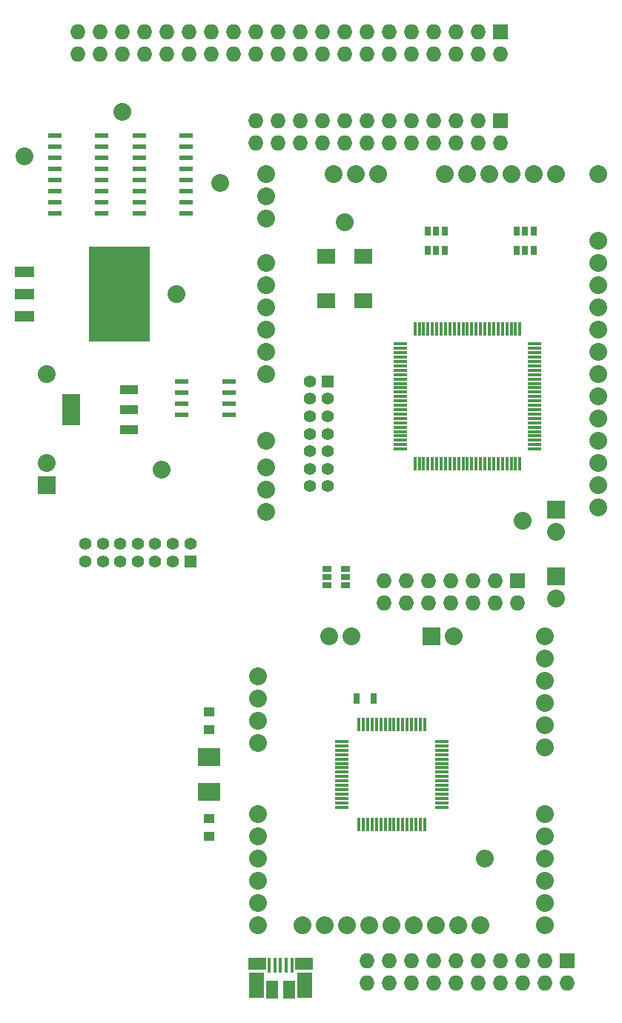
<source format=gts>
G04 #@! TF.FileFunction,Soldermask,Top*
%FSLAX46Y46*%
G04 Gerber Fmt 4.6, Leading zero omitted, Abs format (unit mm)*
G04 Created by KiCad (PCBNEW (2015-01-16 BZR 5376)-product) date 2015-03-11 03:36:44*
%MOMM*%
G01*
G04 APERTURE LIST*
%ADD10C,0.100000*%
%ADD11R,1.250000X1.000000*%
%ADD12R,0.400000X1.750000*%
%ADD13R,2.000000X1.460000*%
%ADD14R,1.778000X3.000000*%
%ADD15R,1.425000X2.000000*%
%ADD16R,2.032000X2.032000*%
%ADD17O,2.032000X2.032000*%
%ADD18R,1.727200X1.727200*%
%ADD19O,1.727200X1.727200*%
%ADD20R,1.400000X1.400000*%
%ADD21C,1.400000*%
%ADD22R,0.700000X1.300000*%
%ADD23R,1.500000X0.300000*%
%ADD24R,0.300000X1.500000*%
%ADD25R,2.286000X1.143000*%
%ADD26R,6.997700X10.800080*%
%ADD27R,2.032000X3.657600*%
%ADD28R,2.032000X1.016000*%
%ADD29R,1.550000X0.600000*%
%ADD30R,1.500000X0.600000*%
%ADD31R,2.500000X2.000000*%
%ADD32R,2.000000X1.800000*%
%ADD33R,1.060000X0.650000*%
%ADD34R,0.650000X1.060000*%
G04 APERTURE END LIST*
D10*
D11*
X23876000Y-83296000D03*
X23876000Y-81296000D03*
X23876000Y-93488000D03*
X23876000Y-95488000D03*
D12*
X30704000Y-110205000D03*
X31354000Y-110205000D03*
X32004000Y-110205000D03*
X32654000Y-110205000D03*
X33304000Y-110205000D03*
D13*
X29299600Y-110000000D03*
X34708400Y-110000000D03*
D14*
X29279000Y-112530000D03*
X34729000Y-112530000D03*
D15*
X31041500Y-113030000D03*
X32966500Y-113030000D03*
D16*
X63500000Y-58166000D03*
D17*
X63500000Y-60706000D03*
D16*
X63500000Y-65786000D03*
D17*
X63500000Y-68326000D03*
D16*
X5334000Y-55372000D03*
D17*
X5334000Y-52832000D03*
D18*
X59055000Y-66294000D03*
D19*
X59055000Y-68834000D03*
X56515000Y-66294000D03*
X56515000Y-68834000D03*
X53975000Y-66294000D03*
X53975000Y-68834000D03*
X51435000Y-66294000D03*
X51435000Y-68834000D03*
X48895000Y-66294000D03*
X48895000Y-68834000D03*
X46355000Y-66294000D03*
X46355000Y-68834000D03*
X43815000Y-66294000D03*
X43815000Y-68834000D03*
D20*
X37385500Y-43466500D03*
D21*
X35385500Y-43466500D03*
X37385500Y-45466500D03*
X35385500Y-45466500D03*
X37385500Y-47466500D03*
X35385500Y-47466500D03*
X37385500Y-49466500D03*
X35385500Y-49466500D03*
X37385500Y-51466500D03*
X35385500Y-51466500D03*
X37385500Y-53466500D03*
X35385500Y-53466500D03*
X37385500Y-55466500D03*
X35385500Y-55466500D03*
D20*
X21684500Y-64055500D03*
D21*
X21684500Y-62055500D03*
X19684500Y-64055500D03*
X19684500Y-62055500D03*
X17684500Y-64055500D03*
X17684500Y-62055500D03*
X15684500Y-64055500D03*
X15684500Y-62055500D03*
X13684500Y-64055500D03*
X13684500Y-62055500D03*
X11684500Y-64055500D03*
X11684500Y-62055500D03*
X9684500Y-64055500D03*
X9684500Y-62055500D03*
D18*
X57150000Y-13716000D03*
D19*
X57150000Y-16256000D03*
X54610000Y-13716000D03*
X54610000Y-16256000D03*
X52070000Y-13716000D03*
X52070000Y-16256000D03*
X49530000Y-13716000D03*
X49530000Y-16256000D03*
X46990000Y-13716000D03*
X46990000Y-16256000D03*
X44450000Y-13716000D03*
X44450000Y-16256000D03*
X41910000Y-13716000D03*
X41910000Y-16256000D03*
X39370000Y-13716000D03*
X39370000Y-16256000D03*
X36830000Y-13716000D03*
X36830000Y-16256000D03*
X34290000Y-13716000D03*
X34290000Y-16256000D03*
X31750000Y-13716000D03*
X31750000Y-16256000D03*
X29210000Y-13716000D03*
X29210000Y-16256000D03*
D18*
X57150000Y-3556000D03*
D19*
X57150000Y-6096000D03*
X54610000Y-3556000D03*
X54610000Y-6096000D03*
X52070000Y-3556000D03*
X52070000Y-6096000D03*
X49530000Y-3556000D03*
X49530000Y-6096000D03*
X46990000Y-3556000D03*
X46990000Y-6096000D03*
X44450000Y-3556000D03*
X44450000Y-6096000D03*
X41910000Y-3556000D03*
X41910000Y-6096000D03*
X39370000Y-3556000D03*
X39370000Y-6096000D03*
X36830000Y-3556000D03*
X36830000Y-6096000D03*
X34290000Y-3556000D03*
X34290000Y-6096000D03*
X31750000Y-3556000D03*
X31750000Y-6096000D03*
X29210000Y-3556000D03*
X29210000Y-6096000D03*
X26670000Y-3556000D03*
X26670000Y-6096000D03*
X24130000Y-3556000D03*
X24130000Y-6096000D03*
X21590000Y-3556000D03*
X21590000Y-6096000D03*
X19050000Y-3556000D03*
X19050000Y-6096000D03*
X16510000Y-3556000D03*
X16510000Y-6096000D03*
X13970000Y-3556000D03*
X13970000Y-6096000D03*
X11430000Y-3556000D03*
X11430000Y-6096000D03*
X8890000Y-3556000D03*
X8890000Y-6096000D03*
D18*
X64770000Y-109728000D03*
D19*
X64770000Y-112268000D03*
X62230000Y-109728000D03*
X62230000Y-112268000D03*
X59690000Y-109728000D03*
X59690000Y-112268000D03*
X57150000Y-109728000D03*
X57150000Y-112268000D03*
X54610000Y-109728000D03*
X54610000Y-112268000D03*
X52070000Y-109728000D03*
X52070000Y-112268000D03*
X49530000Y-109728000D03*
X49530000Y-112268000D03*
X46990000Y-109728000D03*
X46990000Y-112268000D03*
X44450000Y-109728000D03*
X44450000Y-112268000D03*
X41910000Y-109728000D03*
X41910000Y-112268000D03*
D16*
X49276000Y-72644000D03*
D17*
X51816000Y-72644000D03*
D22*
X42606000Y-79756000D03*
X40706000Y-79756000D03*
D23*
X61040000Y-51212000D03*
X61040000Y-50712000D03*
X61040000Y-50212000D03*
X61040000Y-49712000D03*
X61040000Y-49212000D03*
X61040000Y-48712000D03*
X61040000Y-48212000D03*
X61040000Y-47712000D03*
X61040000Y-47212000D03*
X61040000Y-46712000D03*
X61040000Y-46212000D03*
X61040000Y-45712000D03*
X61040000Y-45212000D03*
X61040000Y-44712000D03*
X61040000Y-44212000D03*
X61040000Y-43712000D03*
X61040000Y-43212000D03*
X61040000Y-42712000D03*
X61040000Y-42212000D03*
X61040000Y-41712000D03*
X61040000Y-41212000D03*
X61040000Y-40712000D03*
X61040000Y-40212000D03*
X61040000Y-39712000D03*
X61040000Y-39212000D03*
D24*
X59340000Y-37512000D03*
X58840000Y-37512000D03*
X58340000Y-37512000D03*
X57840000Y-37512000D03*
X57340000Y-37512000D03*
X56840000Y-37512000D03*
X56340000Y-37512000D03*
X55840000Y-37512000D03*
X55340000Y-37512000D03*
X54840000Y-37512000D03*
X54340000Y-37512000D03*
X53840000Y-37512000D03*
X53340000Y-37512000D03*
X52840000Y-37512000D03*
X52340000Y-37512000D03*
X51840000Y-37512000D03*
X51340000Y-37512000D03*
X50840000Y-37512000D03*
X50340000Y-37512000D03*
X49840000Y-37512000D03*
X49340000Y-37512000D03*
X48840000Y-37512000D03*
X48340000Y-37512000D03*
X47840000Y-37512000D03*
X47340000Y-37512000D03*
D23*
X45640000Y-39212000D03*
X45640000Y-39712000D03*
X45640000Y-40212000D03*
X45640000Y-40712000D03*
X45640000Y-41212000D03*
X45640000Y-41712000D03*
X45640000Y-42212000D03*
X45640000Y-42712000D03*
X45640000Y-43212000D03*
X45640000Y-43712000D03*
X45640000Y-44212000D03*
X45640000Y-44712000D03*
X45640000Y-45212000D03*
X45640000Y-45712000D03*
X45640000Y-46212000D03*
X45640000Y-46712000D03*
X45640000Y-47212000D03*
X45640000Y-47712000D03*
X45640000Y-48212000D03*
X45640000Y-48712000D03*
X45640000Y-49212000D03*
X45640000Y-49712000D03*
X45640000Y-50212000D03*
X45640000Y-50712000D03*
X45640000Y-51212000D03*
D24*
X47340000Y-52912000D03*
X47840000Y-52912000D03*
X48340000Y-52912000D03*
X48840000Y-52912000D03*
X49340000Y-52912000D03*
X49840000Y-52912000D03*
X50340000Y-52912000D03*
X50840000Y-52912000D03*
X51340000Y-52912000D03*
X51840000Y-52912000D03*
X52340000Y-52912000D03*
X52840000Y-52912000D03*
X53340000Y-52912000D03*
X53840000Y-52912000D03*
X54340000Y-52912000D03*
X54840000Y-52912000D03*
X55340000Y-52912000D03*
X55840000Y-52912000D03*
X56340000Y-52912000D03*
X56840000Y-52912000D03*
X57340000Y-52912000D03*
X57840000Y-52912000D03*
X58340000Y-52912000D03*
X58840000Y-52912000D03*
X59340000Y-52912000D03*
D25*
X2794000Y-33528000D03*
D26*
X13589000Y-33528000D03*
D25*
X2794000Y-36068000D03*
X2794000Y-30988000D03*
D27*
X8128000Y-46736000D03*
D28*
X14732000Y-46736000D03*
X14732000Y-44450000D03*
X14732000Y-49022000D03*
D29*
X26131500Y-47307500D03*
X26131500Y-46037500D03*
X26131500Y-44767500D03*
X26131500Y-43497500D03*
X20731500Y-43497500D03*
X20731500Y-44767500D03*
X20731500Y-46037500D03*
X20731500Y-47307500D03*
D30*
X21242000Y-24257000D03*
X21242000Y-22987000D03*
X21242000Y-21717000D03*
X21242000Y-20447000D03*
X21242000Y-19177000D03*
X21242000Y-17907000D03*
X21242000Y-16637000D03*
X21242000Y-15367000D03*
X15842000Y-15367000D03*
X15842000Y-16637000D03*
X15842000Y-17907000D03*
X15842000Y-19177000D03*
X15842000Y-20447000D03*
X15842000Y-21717000D03*
X15842000Y-22987000D03*
X15842000Y-24257000D03*
X11590000Y-24257000D03*
X11590000Y-22987000D03*
X11590000Y-21717000D03*
X11590000Y-20447000D03*
X11590000Y-19177000D03*
X11590000Y-17907000D03*
X11590000Y-16637000D03*
X11590000Y-15367000D03*
X6190000Y-15367000D03*
X6190000Y-16637000D03*
X6190000Y-17907000D03*
X6190000Y-19177000D03*
X6190000Y-20447000D03*
X6190000Y-21717000D03*
X6190000Y-22987000D03*
X6190000Y-24257000D03*
D23*
X50404000Y-92142000D03*
X50404000Y-91642000D03*
X50404000Y-91142000D03*
X50404000Y-90642000D03*
X50404000Y-90142000D03*
X50404000Y-89642000D03*
X50404000Y-89142000D03*
X50404000Y-88642000D03*
X50404000Y-88142000D03*
X50404000Y-87642000D03*
X50404000Y-87142000D03*
X50404000Y-86642000D03*
X50404000Y-86142000D03*
X50404000Y-85642000D03*
X50404000Y-85142000D03*
X50404000Y-84642000D03*
D24*
X48454000Y-82692000D03*
X47954000Y-82692000D03*
X47454000Y-82692000D03*
X46954000Y-82692000D03*
X46454000Y-82692000D03*
X45954000Y-82692000D03*
X45454000Y-82692000D03*
X44954000Y-82692000D03*
X44454000Y-82692000D03*
X43954000Y-82692000D03*
X43454000Y-82692000D03*
X42954000Y-82692000D03*
X42454000Y-82692000D03*
X41954000Y-82692000D03*
X41454000Y-82692000D03*
X40954000Y-82692000D03*
D23*
X39004000Y-84642000D03*
X39004000Y-85142000D03*
X39004000Y-85642000D03*
X39004000Y-86142000D03*
X39004000Y-86642000D03*
X39004000Y-87142000D03*
X39004000Y-87642000D03*
X39004000Y-88142000D03*
X39004000Y-88642000D03*
X39004000Y-89142000D03*
X39004000Y-89642000D03*
X39004000Y-90142000D03*
X39004000Y-90642000D03*
X39004000Y-91142000D03*
X39004000Y-91642000D03*
X39004000Y-92142000D03*
D24*
X40954000Y-94092000D03*
X41454000Y-94092000D03*
X41954000Y-94092000D03*
X42454000Y-94092000D03*
X42954000Y-94092000D03*
X43454000Y-94092000D03*
X43954000Y-94092000D03*
X44454000Y-94092000D03*
X44954000Y-94092000D03*
X45454000Y-94092000D03*
X45954000Y-94092000D03*
X46454000Y-94092000D03*
X46954000Y-94092000D03*
X47454000Y-94092000D03*
X47954000Y-94092000D03*
X48454000Y-94092000D03*
D31*
X23876000Y-86392000D03*
X23876000Y-90392000D03*
D32*
X41406500Y-34226500D03*
X41406500Y-29146500D03*
X37206500Y-29146500D03*
X37206500Y-34226500D03*
D17*
X5334000Y-42672000D03*
X30353000Y-22352000D03*
X20129500Y-33528000D03*
X55372000Y-98044000D03*
X68326000Y-55372000D03*
X68326000Y-57912000D03*
X68326000Y-50292000D03*
X68326000Y-52832000D03*
X68326000Y-42672000D03*
X68326000Y-45212000D03*
X68326000Y-37592000D03*
X68326000Y-40132000D03*
X68326000Y-32512000D03*
X68326000Y-35052000D03*
X68326000Y-27432000D03*
X68326000Y-29972000D03*
X68326000Y-47752000D03*
X18415000Y-53530500D03*
X59690000Y-59436000D03*
X30353000Y-29972000D03*
X30353000Y-24892000D03*
X30353000Y-35052000D03*
X30353000Y-32512000D03*
X30353000Y-37592000D03*
X30353000Y-42672000D03*
X30353000Y-40132000D03*
X30353000Y-53340000D03*
X30353000Y-58420000D03*
X30353000Y-55880000D03*
X30353000Y-50292000D03*
X68326000Y-19812000D03*
X58420000Y-19812000D03*
X63500000Y-19812000D03*
X55880000Y-19812000D03*
X60960000Y-19812000D03*
X50800000Y-19812000D03*
X40640000Y-19812000D03*
X43180000Y-19812000D03*
X38100000Y-19812000D03*
X30353000Y-19812000D03*
X53340000Y-19812000D03*
X25146000Y-20828000D03*
X13970000Y-12700000D03*
X2794000Y-17780000D03*
X29464000Y-92964000D03*
X62230000Y-105664000D03*
X62230000Y-103124000D03*
X62230000Y-100584000D03*
X62230000Y-98044000D03*
X62230000Y-95504000D03*
X62230000Y-92964000D03*
X62230000Y-85344000D03*
X62230000Y-82804000D03*
X62230000Y-80264000D03*
X62230000Y-77724000D03*
X62230000Y-75184000D03*
X62230000Y-72644000D03*
X40132000Y-72644000D03*
X37592000Y-72644000D03*
X29464000Y-77216000D03*
X29464000Y-79756000D03*
X29464000Y-82296000D03*
X29464000Y-84836000D03*
X29464000Y-95504000D03*
X29464000Y-98044000D03*
X29464000Y-100584000D03*
X29464000Y-103124000D03*
X29464000Y-105664000D03*
X34544000Y-105664000D03*
X37084000Y-105664000D03*
X39624000Y-105664000D03*
X42164000Y-105664000D03*
X44704000Y-105664000D03*
X47244000Y-105664000D03*
X49784000Y-105664000D03*
X52324000Y-105664000D03*
X54864000Y-105664000D03*
D33*
X37254000Y-64899500D03*
X37254000Y-65849500D03*
X37254000Y-66799500D03*
X39454000Y-66799500D03*
X39454000Y-64899500D03*
X39454000Y-65849500D03*
D34*
X58994000Y-28532000D03*
X59944000Y-28532000D03*
X60894000Y-28532000D03*
X60894000Y-26332000D03*
X58994000Y-26332000D03*
X59944000Y-26332000D03*
X50734000Y-26332000D03*
X49784000Y-26332000D03*
X48834000Y-26332000D03*
X48834000Y-28532000D03*
X50734000Y-28532000D03*
X49784000Y-28532000D03*
D17*
X39306500Y-25273000D03*
M02*

</source>
